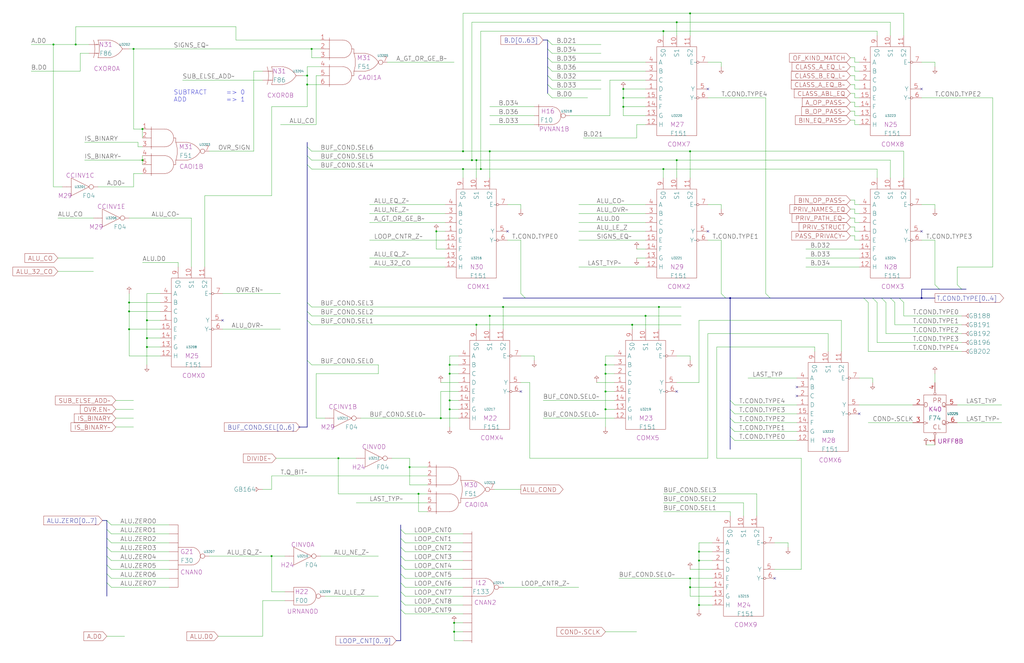
<source format=kicad_sch>
(kicad_sch (version 20211123) (generator eeschema)
  (paper "User" 584.2 378.46)
  (title_block (title "CONDITION LOGIC") (date "15-MAR-90") (rev "1.0") (comment 1 "TYPE") (comment 2 "232-003062") (comment 3 "S400") (comment 4 "RELEASED"))
  (bus (pts (xy 170.18 243.84) (xy 175.26 243.84)))
  (bus (pts (xy 175.26 172.72) (xy 175.26 177.8)))
  (bus (pts (xy 175.26 177.8) (xy 175.26 182.88)))
  (bus (pts (xy 175.26 182.88) (xy 175.26 205.74)))
  (bus (pts (xy 175.26 205.74) (xy 175.26 243.84)))
  (bus (pts (xy 175.26 81.28) (xy 175.26 83.82)))
  (bus (pts (xy 175.26 83.82) (xy 175.26 88.9)))
  (bus (pts (xy 175.26 88.9) (xy 175.26 93.98)))
  (bus (pts (xy 175.26 93.98) (xy 175.26 172.72)))
  (bus (pts (xy 226.06 365.76) (xy 228.6 365.76)))
  (bus (pts (xy 228.6 299.72) (xy 228.6 302.26)))
  (bus (pts (xy 228.6 302.26) (xy 228.6 307.34)))
  (bus (pts (xy 228.6 307.34) (xy 228.6 312.42)))
  (bus (pts (xy 228.6 312.42) (xy 228.6 317.5)))
  (bus (pts (xy 228.6 317.5) (xy 228.6 322.58)))
  (bus (pts (xy 228.6 322.58) (xy 228.6 327.66)))
  (bus (pts (xy 228.6 327.66) (xy 228.6 332.74)))
  (bus (pts (xy 228.6 332.74) (xy 228.6 337.82)))
  (bus (pts (xy 228.6 337.82) (xy 228.6 342.9)))
  (bus (pts (xy 228.6 342.9) (xy 228.6 347.98)))
  (bus (pts (xy 228.6 347.98) (xy 228.6 365.76)))
  (bus (pts (xy 287.02 170.18) (xy 299.72 170.18)))
  (bus (pts (xy 299.72 170.18) (xy 414.02 170.18)))
  (bus (pts (xy 309.88 22.86) (xy 312.42 22.86)))
  (bus (pts (xy 312.42 22.86) (xy 312.42 27.94)))
  (bus (pts (xy 312.42 27.94) (xy 312.42 33.02)))
  (bus (pts (xy 312.42 33.02) (xy 312.42 38.1)))
  (bus (pts (xy 312.42 38.1) (xy 312.42 43.18)))
  (bus (pts (xy 312.42 43.18) (xy 312.42 48.26)))
  (bus (pts (xy 312.42 48.26) (xy 312.42 53.34)))
  (bus (pts (xy 414.02 170.18) (xy 416.56 170.18)))
  (bus (pts (xy 416.56 170.18) (xy 416.56 228.6)))
  (bus (pts (xy 416.56 170.18) (xy 439.42 170.18)))
  (bus (pts (xy 416.56 228.6) (xy 416.56 233.68)))
  (bus (pts (xy 416.56 233.68) (xy 416.56 238.76)))
  (bus (pts (xy 416.56 238.76) (xy 416.56 243.84)))
  (bus (pts (xy 416.56 243.84) (xy 416.56 248.92)))
  (bus (pts (xy 416.56 248.92) (xy 416.56 256.54)))
  (bus (pts (xy 439.42 170.18) (xy 492.76 170.18)))
  (bus (pts (xy 492.76 170.18) (xy 497.84 170.18)))
  (bus (pts (xy 497.84 170.18) (xy 502.92 170.18)))
  (bus (pts (xy 502.92 170.18) (xy 508 170.18)))
  (bus (pts (xy 508 170.18) (xy 513.08 170.18)))
  (bus (pts (xy 513.08 170.18) (xy 525.78 170.18)))
  (bus (pts (xy 525.78 165.1) (xy 535.94 165.1)))
  (bus (pts (xy 525.78 170.18) (xy 525.78 165.1)))
  (bus (pts (xy 525.78 170.18) (xy 533.4 170.18)))
  (bus (pts (xy 535.94 165.1) (xy 548.64 165.1)))
  (bus (pts (xy 548.64 165.1) (xy 551.18 165.1)))
  (bus (pts (xy 58.42 297.18) (xy 60.96 297.18)))
  (bus (pts (xy 60.96 297.18) (xy 60.96 302.26)))
  (bus (pts (xy 60.96 302.26) (xy 60.96 307.34)))
  (bus (pts (xy 60.96 307.34) (xy 60.96 312.42)))
  (bus (pts (xy 60.96 312.42) (xy 60.96 317.5)))
  (bus (pts (xy 60.96 317.5) (xy 60.96 322.58)))
  (bus (pts (xy 60.96 322.58) (xy 60.96 327.66)))
  (bus (pts (xy 60.96 327.66) (xy 60.96 332.74)))
  (bus (pts (xy 60.96 332.74) (xy 60.96 340.36)))
  (wire (pts (xy 101.6 152.4) (xy 101.6 149.86)))
  (wire (pts (xy 104.14 45.72) (xy 149.86 45.72)))
  (wire (pts (xy 109.22 124.46) (xy 109.22 152.4)))
  (wire (pts (xy 116.84 111.76) (xy 116.84 152.4)))
  (wire (pts (xy 116.84 111.76) (xy 154.94 111.76)))
  (wire (pts (xy 119.38 317.5) (xy 154.94 317.5)))
  (wire (pts (xy 119.38 86.36) (xy 144.78 86.36)))
  (wire (pts (xy 124.46 363.22) (xy 149.86 363.22)))
  (wire (pts (xy 127 167.64) (xy 160.02 167.64)))
  (wire (pts (xy 127 187.96) (xy 160.02 187.96)))
  (wire (pts (xy 134.62 15.24) (xy 43.18 15.24)))
  (wire (pts (xy 134.62 22.86) (xy 134.62 15.24)))
  (wire (pts (xy 144.78 40.64) (xy 149.86 40.64)))
  (wire (pts (xy 144.78 86.36) (xy 144.78 40.64)))
  (wire (pts (xy 149.86 342.9) (xy 162.56 342.9)))
  (wire (pts (xy 149.86 363.22) (xy 149.86 342.9)))
  (wire (pts (xy 154.94 271.78) (xy 154.94 279.4)))
  (wire (pts (xy 154.94 279.4) (xy 149.86 279.4)))
  (wire (pts (xy 154.94 317.5) (xy 162.56 317.5)))
  (wire (pts (xy 154.94 337.82) (xy 154.94 317.5)))
  (wire (pts (xy 154.94 60.96) (xy 154.94 111.76)))
  (wire (pts (xy 157.48 261.62) (xy 193.04 261.62)))
  (wire (pts (xy 160.02 71.12) (xy 180.34 71.12)))
  (wire (pts (xy 162.56 337.82) (xy 154.94 337.82)))
  (wire (pts (xy 17.78 25.4) (xy 30.48 25.4)))
  (wire (pts (xy 172.72 43.18) (xy 175.26 43.18)))
  (wire (pts (xy 175.26 38.1) (xy 175.26 43.18)))
  (wire (pts (xy 175.26 43.18) (xy 175.26 48.26)))
  (wire (pts (xy 175.26 48.26) (xy 175.26 60.96)))
  (wire (pts (xy 175.26 48.26) (xy 182.88 48.26)))
  (wire (pts (xy 175.26 60.96) (xy 154.94 60.96)))
  (wire (pts (xy 177.8 175.26) (xy 287.02 175.26)))
  (wire (pts (xy 177.8 180.34) (xy 279.4 180.34)))
  (wire (pts (xy 177.8 185.42) (xy 271.78 185.42)))
  (wire (pts (xy 177.8 208.28) (xy 215.9 208.28)))
  (wire (pts (xy 177.8 27.94) (xy 182.88 27.94)))
  (wire (pts (xy 177.8 33.02) (xy 177.8 27.94)))
  (wire (pts (xy 177.8 86.36) (xy 264.16 86.36)))
  (wire (pts (xy 177.8 91.44) (xy 269.24 91.44)))
  (wire (pts (xy 177.8 96.52) (xy 264.16 96.52)))
  (wire (pts (xy 180.34 213.36) (xy 180.34 238.76)))
  (wire (pts (xy 180.34 238.76) (xy 185.42 238.76)))
  (wire (pts (xy 180.34 43.18) (xy 180.34 71.12)))
  (wire (pts (xy 182.88 22.86) (xy 134.62 22.86)))
  (wire (pts (xy 182.88 317.5) (xy 215.9 317.5)))
  (wire (pts (xy 182.88 33.02) (xy 177.8 33.02)))
  (wire (pts (xy 182.88 38.1) (xy 175.26 38.1)))
  (wire (pts (xy 182.88 43.18) (xy 180.34 43.18)))
  (wire (pts (xy 185.42 340.36) (xy 215.9 340.36)))
  (wire (pts (xy 193.04 261.62) (xy 203.2 261.62)))
  (wire (pts (xy 193.04 281.94) (xy 193.04 261.62)))
  (wire (pts (xy 203.2 287.02) (xy 243.84 287.02)))
  (wire (pts (xy 205.74 238.76) (xy 251.46 238.76)))
  (wire (pts (xy 210.82 116.84) (xy 254 116.84)))
  (wire (pts (xy 210.82 121.92) (xy 254 121.92)))
  (wire (pts (xy 210.82 127) (xy 254 127)))
  (wire (pts (xy 210.82 137.16) (xy 254 137.16)))
  (wire (pts (xy 210.82 147.32) (xy 254 147.32)))
  (wire (pts (xy 210.82 152.4) (xy 254 152.4)))
  (wire (pts (xy 215.9 208.28) (xy 215.9 213.36)))
  (wire (pts (xy 215.9 213.36) (xy 180.34 213.36)))
  (wire (pts (xy 220.98 35.56) (xy 259.08 35.56)))
  (wire (pts (xy 231.14 304.8) (xy 264.16 304.8)))
  (wire (pts (xy 231.14 309.88) (xy 264.16 309.88)))
  (wire (pts (xy 231.14 314.96) (xy 264.16 314.96)))
  (wire (pts (xy 231.14 320.04) (xy 264.16 320.04)))
  (wire (pts (xy 231.14 325.12) (xy 264.16 325.12)))
  (wire (pts (xy 231.14 330.2) (xy 264.16 330.2)))
  (wire (pts (xy 231.14 335.28) (xy 264.16 335.28)))
  (wire (pts (xy 231.14 340.36) (xy 264.16 340.36)))
  (wire (pts (xy 231.14 345.44) (xy 264.16 345.44)))
  (wire (pts (xy 231.14 350.52) (xy 264.16 350.52)))
  (wire (pts (xy 233.68 261.62) (xy 223.52 261.62)))
  (wire (pts (xy 233.68 266.7) (xy 233.68 261.62)))
  (wire (pts (xy 233.68 266.7) (xy 243.84 266.7)))
  (wire (pts (xy 233.68 276.86) (xy 233.68 266.7)))
  (wire (pts (xy 238.76 281.94) (xy 193.04 281.94)))
  (wire (pts (xy 238.76 292.1) (xy 238.76 281.94)))
  (wire (pts (xy 243.84 271.78) (xy 154.94 271.78)))
  (wire (pts (xy 243.84 276.86) (xy 233.68 276.86)))
  (wire (pts (xy 243.84 281.94) (xy 238.76 281.94)))
  (wire (pts (xy 243.84 292.1) (xy 238.76 292.1)))
  (wire (pts (xy 248.92 132.08) (xy 254 132.08)))
  (wire (pts (xy 248.92 142.24) (xy 248.92 132.08)))
  (wire (pts (xy 251.46 218.44) (xy 261.62 218.44)))
  (wire (pts (xy 251.46 223.52) (xy 251.46 238.76)))
  (wire (pts (xy 251.46 238.76) (xy 261.62 238.76)))
  (wire (pts (xy 254 142.24) (xy 248.92 142.24)))
  (wire (pts (xy 256.54 203.2) (xy 256.54 208.28)))
  (wire (pts (xy 256.54 208.28) (xy 256.54 213.36)))
  (wire (pts (xy 256.54 208.28) (xy 261.62 208.28)))
  (wire (pts (xy 256.54 213.36) (xy 256.54 228.6)))
  (wire (pts (xy 256.54 213.36) (xy 261.62 213.36)))
  (wire (pts (xy 256.54 228.6) (xy 256.54 233.68)))
  (wire (pts (xy 256.54 228.6) (xy 261.62 228.6)))
  (wire (pts (xy 256.54 233.68) (xy 256.54 243.84)))
  (wire (pts (xy 256.54 233.68) (xy 261.62 233.68)))
  (wire (pts (xy 259.08 355.6) (xy 264.16 355.6)))
  (wire (pts (xy 259.08 360.68) (xy 259.08 355.6)))
  (wire (pts (xy 259.08 360.68) (xy 264.16 360.68)))
  (wire (pts (xy 259.08 365.76) (xy 259.08 360.68)))
  (wire (pts (xy 261.62 203.2) (xy 256.54 203.2)))
  (wire (pts (xy 261.62 223.52) (xy 251.46 223.52)))
  (wire (pts (xy 264.16 365.76) (xy 259.08 365.76)))
  (wire (pts (xy 264.16 7.62) (xy 393.7 7.62)))
  (wire (pts (xy 264.16 86.36) (xy 264.16 7.62)))
  (wire (pts (xy 264.16 86.36) (xy 279.4 86.36)))
  (wire (pts (xy 264.16 96.52) (xy 264.16 101.6)))
  (wire (pts (xy 264.16 96.52) (xy 274.32 96.52)))
  (wire (pts (xy 269.24 12.7) (xy 386.08 12.7)))
  (wire (pts (xy 269.24 91.44) (xy 269.24 12.7)))
  (wire (pts (xy 269.24 91.44) (xy 271.78 91.44)))
  (wire (pts (xy 271.78 185.42) (xy 271.78 187.96)))
  (wire (pts (xy 271.78 185.42) (xy 360.68 185.42)))
  (wire (pts (xy 271.78 91.44) (xy 271.78 101.6)))
  (wire (pts (xy 271.78 91.44) (xy 386.08 91.44)))
  (wire (pts (xy 274.32 17.78) (xy 378.46 17.78)))
  (wire (pts (xy 274.32 96.52) (xy 274.32 17.78)))
  (wire (pts (xy 274.32 96.52) (xy 378.46 96.52)))
  (wire (pts (xy 279.4 180.34) (xy 279.4 187.96)))
  (wire (pts (xy 279.4 180.34) (xy 368.3 180.34)))
  (wire (pts (xy 279.4 60.96) (xy 304.8 60.96)))
  (wire (pts (xy 279.4 66.04) (xy 304.8 66.04)))
  (wire (pts (xy 279.4 71.12) (xy 304.8 71.12)))
  (wire (pts (xy 279.4 86.36) (xy 279.4 101.6)))
  (wire (pts (xy 279.4 86.36) (xy 393.7 86.36)))
  (wire (pts (xy 281.94 279.4) (xy 297.18 279.4)))
  (wire (pts (xy 287.02 175.26) (xy 287.02 187.96)))
  (wire (pts (xy 287.02 175.26) (xy 375.92 175.26)))
  (wire (pts (xy 287.02 335.28) (xy 330.2 335.28)))
  (wire (pts (xy 289.56 116.84) (xy 297.18 116.84)))
  (wire (pts (xy 289.56 137.16) (xy 297.18 137.16)))
  (wire (pts (xy 297.18 116.84) (xy 297.18 119.38)))
  (wire (pts (xy 297.18 137.16) (xy 297.18 167.64)))
  (wire (pts (xy 297.18 203.2) (xy 304.8 203.2)))
  (wire (pts (xy 30.48 106.68) (xy 30.48 25.4)))
  (wire (pts (xy 30.48 25.4) (xy 43.18 25.4)))
  (wire (pts (xy 302.26 218.44) (xy 297.18 218.44)))
  (wire (pts (xy 302.26 261.62) (xy 302.26 218.44)))
  (wire (pts (xy 304.8 203.2) (xy 304.8 205.74)))
  (wire (pts (xy 309.88 228.6) (xy 350.52 228.6)))
  (wire (pts (xy 309.88 238.76) (xy 350.52 238.76)))
  (wire (pts (xy 314.96 25.4) (xy 342.9 25.4)))
  (wire (pts (xy 314.96 30.48) (xy 342.9 30.48)))
  (wire (pts (xy 314.96 35.56) (xy 368.3 35.56)))
  (wire (pts (xy 314.96 40.64) (xy 368.3 40.64)))
  (wire (pts (xy 314.96 45.72) (xy 342.9 45.72)))
  (wire (pts (xy 314.96 50.8) (xy 342.9 50.8)))
  (wire (pts (xy 314.96 55.88) (xy 335.28 55.88)))
  (wire (pts (xy 325.12 66.04) (xy 347.98 66.04)))
  (wire (pts (xy 33.02 124.46) (xy 53.34 124.46)))
  (wire (pts (xy 33.02 147.32) (xy 53.34 147.32)))
  (wire (pts (xy 33.02 154.94) (xy 53.34 154.94)))
  (wire (pts (xy 330.2 116.84) (xy 368.3 116.84)))
  (wire (pts (xy 330.2 121.92) (xy 368.3 121.92)))
  (wire (pts (xy 330.2 127) (xy 368.3 127)))
  (wire (pts (xy 330.2 132.08) (xy 368.3 132.08)))
  (wire (pts (xy 330.2 137.16) (xy 368.3 137.16)))
  (wire (pts (xy 330.2 152.4) (xy 368.3 152.4)))
  (wire (pts (xy 332.74 78.74) (xy 363.22 78.74)))
  (wire (pts (xy 340.36 218.44) (xy 350.52 218.44)))
  (wire (pts (xy 345.44 203.2) (xy 345.44 208.28)))
  (wire (pts (xy 345.44 208.28) (xy 345.44 213.36)))
  (wire (pts (xy 345.44 208.28) (xy 350.52 208.28)))
  (wire (pts (xy 345.44 213.36) (xy 345.44 223.52)))
  (wire (pts (xy 345.44 213.36) (xy 350.52 213.36)))
  (wire (pts (xy 345.44 223.52) (xy 345.44 233.68)))
  (wire (pts (xy 345.44 223.52) (xy 350.52 223.52)))
  (wire (pts (xy 345.44 233.68) (xy 345.44 243.84)))
  (wire (pts (xy 345.44 233.68) (xy 350.52 233.68)))
  (wire (pts (xy 345.44 360.68) (xy 363.22 360.68)))
  (wire (pts (xy 347.98 45.72) (xy 368.3 45.72)))
  (wire (pts (xy 347.98 66.04) (xy 347.98 45.72)))
  (wire (pts (xy 35.56 106.68) (xy 30.48 106.68)))
  (wire (pts (xy 350.52 203.2) (xy 345.44 203.2)))
  (wire (pts (xy 353.06 330.2) (xy 393.7 330.2)))
  (wire (pts (xy 355.6 50.8) (xy 368.3 50.8)))
  (wire (pts (xy 355.6 55.88) (xy 355.6 50.8)))
  (wire (pts (xy 355.6 55.88) (xy 368.3 55.88)))
  (wire (pts (xy 355.6 60.96) (xy 355.6 55.88)))
  (wire (pts (xy 355.6 60.96) (xy 368.3 60.96)))
  (wire (pts (xy 355.6 66.04) (xy 355.6 60.96)))
  (wire (pts (xy 360.68 185.42) (xy 360.68 187.96)))
  (wire (pts (xy 360.68 185.42) (xy 388.62 185.42)))
  (wire (pts (xy 363.22 142.24) (xy 368.3 142.24)))
  (wire (pts (xy 363.22 147.32) (xy 368.3 147.32)))
  (wire (pts (xy 363.22 71.12) (xy 363.22 78.74)))
  (wire (pts (xy 368.3 180.34) (xy 368.3 187.96)))
  (wire (pts (xy 368.3 180.34) (xy 388.62 180.34)))
  (wire (pts (xy 368.3 66.04) (xy 355.6 66.04)))
  (wire (pts (xy 368.3 71.12) (xy 363.22 71.12)))
  (wire (pts (xy 375.92 175.26) (xy 375.92 187.96)))
  (wire (pts (xy 375.92 175.26) (xy 388.62 175.26)))
  (wire (pts (xy 378.46 17.78) (xy 378.46 20.32)))
  (wire (pts (xy 378.46 17.78) (xy 500.38 17.78)))
  (wire (pts (xy 378.46 292.1) (xy 416.56 292.1)))
  (wire (pts (xy 378.46 96.52) (xy 378.46 101.6)))
  (wire (pts (xy 378.46 96.52) (xy 500.38 96.52)))
  (wire (pts (xy 386.08 12.7) (xy 386.08 20.32)))
  (wire (pts (xy 386.08 12.7) (xy 508 12.7)))
  (wire (pts (xy 386.08 203.2) (xy 393.7 203.2)))
  (wire (pts (xy 386.08 218.44) (xy 398.78 218.44)))
  (wire (pts (xy 386.08 91.44) (xy 386.08 101.6)))
  (wire (pts (xy 386.08 91.44) (xy 508 91.44)))
  (wire (pts (xy 393.7 203.2) (xy 393.7 205.74)))
  (wire (pts (xy 393.7 325.12) (xy 406.4 325.12)))
  (wire (pts (xy 393.7 330.2) (xy 406.4 330.2)))
  (wire (pts (xy 393.7 335.28) (xy 393.7 330.2)))
  (wire (pts (xy 393.7 340.36) (xy 393.7 335.28)))
  (wire (pts (xy 393.7 7.62) (xy 393.7 20.32)))
  (wire (pts (xy 393.7 7.62) (xy 515.62 7.62)))
  (wire (pts (xy 393.7 86.36) (xy 393.7 101.6)))
  (wire (pts (xy 393.7 86.36) (xy 515.62 86.36)))
  (wire (pts (xy 398.78 182.88) (xy 480.06 182.88)))
  (wire (pts (xy 398.78 218.44) (xy 398.78 182.88)))
  (wire (pts (xy 398.78 309.88) (xy 398.78 314.96)))
  (wire (pts (xy 398.78 314.96) (xy 398.78 320.04)))
  (wire (pts (xy 398.78 314.96) (xy 406.4 314.96)))
  (wire (pts (xy 398.78 320.04) (xy 398.78 345.44)))
  (wire (pts (xy 398.78 320.04) (xy 406.4 320.04)))
  (wire (pts (xy 398.78 345.44) (xy 398.78 347.98)))
  (wire (pts (xy 398.78 345.44) (xy 406.4 345.44)))
  (wire (pts (xy 403.86 116.84) (xy 411.48 116.84)))
  (wire (pts (xy 403.86 137.16) (xy 411.48 137.16)))
  (wire (pts (xy 403.86 190.5) (xy 403.86 261.62)))
  (wire (pts (xy 403.86 261.62) (xy 302.26 261.62)))
  (wire (pts (xy 403.86 35.56) (xy 411.48 35.56)))
  (wire (pts (xy 403.86 55.88) (xy 436.88 55.88)))
  (wire (pts (xy 406.4 309.88) (xy 398.78 309.88)))
  (wire (pts (xy 406.4 335.28) (xy 393.7 335.28)))
  (wire (pts (xy 406.4 340.36) (xy 393.7 340.36)))
  (wire (pts (xy 408.94 198.12) (xy 408.94 261.62)))
  (wire (pts (xy 411.48 116.84) (xy 411.48 119.38)))
  (wire (pts (xy 411.48 137.16) (xy 411.48 167.64)))
  (wire (pts (xy 411.48 35.56) (xy 411.48 38.1)))
  (wire (pts (xy 416.56 294.64) (xy 416.56 292.1)))
  (wire (pts (xy 419.1 231.14) (xy 454.66 231.14)))
  (wire (pts (xy 419.1 236.22) (xy 454.66 236.22)))
  (wire (pts (xy 419.1 241.3) (xy 454.66 241.3)))
  (wire (pts (xy 419.1 246.38) (xy 454.66 246.38)))
  (wire (pts (xy 419.1 251.46) (xy 454.66 251.46)))
  (wire (pts (xy 424.18 287.02) (xy 378.46 287.02)))
  (wire (pts (xy 424.18 294.64) (xy 424.18 287.02)))
  (wire (pts (xy 426.72 215.9) (xy 454.66 215.9)))
  (wire (pts (xy 43.18 15.24) (xy 43.18 25.4)))
  (wire (pts (xy 43.18 25.4) (xy 50.8 25.4)))
  (wire (pts (xy 431.8 281.94) (xy 378.46 281.94)))
  (wire (pts (xy 431.8 294.64) (xy 431.8 281.94)))
  (wire (pts (xy 436.88 55.88) (xy 436.88 167.64)))
  (wire (pts (xy 441.96 309.88) (xy 449.58 309.88)))
  (wire (pts (xy 441.96 325.12) (xy 457.2 325.12)))
  (wire (pts (xy 449.58 309.88) (xy 449.58 312.42)))
  (wire (pts (xy 45.72 30.48) (xy 45.72 40.64)))
  (wire (pts (xy 45.72 40.64) (xy 17.78 40.64)))
  (wire (pts (xy 457.2 261.62) (xy 408.94 261.62)))
  (wire (pts (xy 457.2 325.12) (xy 457.2 261.62)))
  (wire (pts (xy 459.74 142.24) (xy 490.22 142.24)))
  (wire (pts (xy 459.74 147.32) (xy 490.22 147.32)))
  (wire (pts (xy 459.74 152.4) (xy 490.22 152.4)))
  (wire (pts (xy 464.82 198.12) (xy 408.94 198.12)))
  (wire (pts (xy 464.82 200.66) (xy 464.82 198.12)))
  (wire (pts (xy 472.44 190.5) (xy 403.86 190.5)))
  (wire (pts (xy 472.44 200.66) (xy 472.44 190.5)))
  (wire (pts (xy 48.26 81.28) (xy 78.74 81.28)))
  (wire (pts (xy 48.26 91.44) (xy 81.28 91.44)))
  (wire (pts (xy 480.06 182.88) (xy 480.06 200.66)))
  (wire (pts (xy 485.14 114.3) (xy 487.68 114.3)))
  (wire (pts (xy 485.14 119.38) (xy 487.68 119.38)))
  (wire (pts (xy 485.14 124.46) (xy 487.68 124.46)))
  (wire (pts (xy 485.14 129.54) (xy 487.68 129.54)))
  (wire (pts (xy 485.14 134.62) (xy 487.68 134.62)))
  (wire (pts (xy 485.14 33.02) (xy 487.68 33.02)))
  (wire (pts (xy 485.14 38.1) (xy 487.68 38.1)))
  (wire (pts (xy 485.14 43.18) (xy 487.68 43.18)))
  (wire (pts (xy 485.14 48.26) (xy 487.68 48.26)))
  (wire (pts (xy 485.14 53.34) (xy 487.68 53.34)))
  (wire (pts (xy 485.14 58.42) (xy 487.68 58.42)))
  (wire (pts (xy 485.14 63.5) (xy 487.68 63.5)))
  (wire (pts (xy 485.14 68.58) (xy 487.68 68.58)))
  (wire (pts (xy 487.68 114.3) (xy 487.68 116.84)))
  (wire (pts (xy 487.68 116.84) (xy 490.22 116.84)))
  (wire (pts (xy 487.68 119.38) (xy 487.68 121.92)))
  (wire (pts (xy 487.68 121.92) (xy 490.22 121.92)))
  (wire (pts (xy 487.68 124.46) (xy 487.68 127)))
  (wire (pts (xy 487.68 127) (xy 490.22 127)))
  (wire (pts (xy 487.68 129.54) (xy 487.68 132.08)))
  (wire (pts (xy 487.68 132.08) (xy 490.22 132.08)))
  (wire (pts (xy 487.68 134.62) (xy 487.68 137.16)))
  (wire (pts (xy 487.68 137.16) (xy 490.22 137.16)))
  (wire (pts (xy 487.68 33.02) (xy 487.68 35.56)))
  (wire (pts (xy 487.68 35.56) (xy 490.22 35.56)))
  (wire (pts (xy 487.68 38.1) (xy 487.68 40.64)))
  (wire (pts (xy 487.68 40.64) (xy 490.22 40.64)))
  (wire (pts (xy 487.68 43.18) (xy 487.68 45.72)))
  (wire (pts (xy 487.68 45.72) (xy 490.22 45.72)))
  (wire (pts (xy 487.68 48.26) (xy 487.68 50.8)))
  (wire (pts (xy 487.68 50.8) (xy 490.22 50.8)))
  (wire (pts (xy 487.68 53.34) (xy 487.68 55.88)))
  (wire (pts (xy 487.68 55.88) (xy 490.22 55.88)))
  (wire (pts (xy 487.68 58.42) (xy 487.68 60.96)))
  (wire (pts (xy 487.68 60.96) (xy 490.22 60.96)))
  (wire (pts (xy 487.68 63.5) (xy 487.68 66.04)))
  (wire (pts (xy 487.68 66.04) (xy 490.22 66.04)))
  (wire (pts (xy 487.68 68.58) (xy 487.68 71.12)))
  (wire (pts (xy 487.68 71.12) (xy 490.22 71.12)))
  (wire (pts (xy 490.22 215.9) (xy 497.84 215.9)))
  (wire (pts (xy 490.22 231.14) (xy 520.7 231.14)))
  (wire (pts (xy 495.3 200.66) (xy 495.3 172.72)))
  (wire (pts (xy 495.3 241.3) (xy 520.7 241.3)))
  (wire (pts (xy 497.84 215.9) (xy 497.84 218.44)))
  (wire (pts (xy 50.8 30.48) (xy 45.72 30.48)))
  (wire (pts (xy 500.38 17.78) (xy 500.38 20.32)))
  (wire (pts (xy 500.38 195.58) (xy 500.38 172.72)))
  (wire (pts (xy 500.38 96.52) (xy 500.38 101.6)))
  (wire (pts (xy 505.46 190.5) (xy 505.46 172.72)))
  (wire (pts (xy 508 12.7) (xy 508 20.32)))
  (wire (pts (xy 508 91.44) (xy 508 101.6)))
  (wire (pts (xy 510.54 185.42) (xy 510.54 172.72)))
  (wire (pts (xy 515.62 180.34) (xy 515.62 172.72)))
  (wire (pts (xy 515.62 7.62) (xy 515.62 20.32)))
  (wire (pts (xy 515.62 86.36) (xy 515.62 101.6)))
  (wire (pts (xy 525.78 116.84) (xy 533.4 116.84)))
  (wire (pts (xy 525.78 137.16) (xy 533.4 137.16)))
  (wire (pts (xy 525.78 35.56) (xy 533.4 35.56)))
  (wire (pts (xy 525.78 55.88) (xy 566.42 55.88)))
  (wire (pts (xy 528.32 254) (xy 533.4 254)))
  (wire (pts (xy 533.4 116.84) (xy 533.4 119.38)))
  (wire (pts (xy 533.4 137.16) (xy 533.4 162.56)))
  (wire (pts (xy 533.4 213.36) (xy 533.4 218.44)))
  (wire (pts (xy 533.4 35.56) (xy 533.4 38.1)))
  (wire (pts (xy 546.1 152.4) (xy 546.1 162.56)))
  (wire (pts (xy 546.1 231.14) (xy 571.5 231.14)))
  (wire (pts (xy 546.1 241.3) (xy 571.5 241.3)))
  (wire (pts (xy 548.64 180.34) (xy 515.62 180.34)))
  (wire (pts (xy 548.64 185.42) (xy 510.54 185.42)))
  (wire (pts (xy 548.64 190.5) (xy 505.46 190.5)))
  (wire (pts (xy 548.64 195.58) (xy 500.38 195.58)))
  (wire (pts (xy 548.64 200.66) (xy 495.3 200.66)))
  (wire (pts (xy 566.42 152.4) (xy 546.1 152.4)))
  (wire (pts (xy 566.42 55.88) (xy 566.42 152.4)))
  (wire (pts (xy 60.96 363.22) (xy 71.12 363.22)))
  (wire (pts (xy 63.5 299.72) (xy 96.52 299.72)))
  (wire (pts (xy 63.5 304.8) (xy 96.52 304.8)))
  (wire (pts (xy 63.5 309.88) (xy 96.52 309.88)))
  (wire (pts (xy 63.5 314.96) (xy 96.52 314.96)))
  (wire (pts (xy 63.5 320.04) (xy 96.52 320.04)))
  (wire (pts (xy 63.5 325.12) (xy 96.52 325.12)))
  (wire (pts (xy 63.5 330.2) (xy 96.52 330.2)))
  (wire (pts (xy 63.5 335.28) (xy 96.52 335.28)))
  (wire (pts (xy 66.04 228.6) (xy 76.2 228.6)))
  (wire (pts (xy 66.04 233.68) (xy 76.2 233.68)))
  (wire (pts (xy 66.04 238.76) (xy 76.2 238.76)))
  (wire (pts (xy 66.04 243.84) (xy 76.2 243.84)))
  (wire (pts (xy 73.66 124.46) (xy 109.22 124.46)))
  (wire (pts (xy 73.66 172.72) (xy 73.66 167.64)))
  (wire (pts (xy 73.66 172.72) (xy 91.44 172.72)))
  (wire (pts (xy 73.66 177.8) (xy 73.66 172.72)))
  (wire (pts (xy 73.66 177.8) (xy 91.44 177.8)))
  (wire (pts (xy 73.66 187.96) (xy 73.66 177.8)))
  (wire (pts (xy 73.66 187.96) (xy 91.44 187.96)))
  (wire (pts (xy 73.66 203.2) (xy 73.66 187.96)))
  (wire (pts (xy 73.66 27.94) (xy 76.2 27.94)))
  (wire (pts (xy 76.2 106.68) (xy 55.88 106.68)))
  (wire (pts (xy 76.2 27.94) (xy 177.8 27.94)))
  (wire (pts (xy 76.2 73.66) (xy 76.2 27.94)))
  (wire (pts (xy 76.2 99.06) (xy 76.2 106.68)))
  (wire (pts (xy 78.74 83.82) (xy 78.74 81.28)))
  (wire (pts (xy 81.28 149.86) (xy 101.6 149.86)))
  (wire (pts (xy 81.28 73.66) (xy 76.2 73.66)))
  (wire (pts (xy 81.28 73.66) (xy 81.28 78.74)))
  (wire (pts (xy 81.28 83.82) (xy 78.74 83.82)))
  (wire (pts (xy 81.28 88.9) (xy 81.28 91.44)))
  (wire (pts (xy 81.28 91.44) (xy 81.28 93.98)))
  (wire (pts (xy 81.28 99.06) (xy 76.2 99.06)))
  (wire (pts (xy 83.82 167.64) (xy 83.82 182.88)))
  (wire (pts (xy 83.82 182.88) (xy 83.82 193.04)))
  (wire (pts (xy 83.82 182.88) (xy 91.44 182.88)))
  (wire (pts (xy 83.82 193.04) (xy 83.82 198.12)))
  (wire (pts (xy 83.82 193.04) (xy 91.44 193.04)))
  (wire (pts (xy 83.82 198.12) (xy 83.82 208.28)))
  (wire (pts (xy 83.82 198.12) (xy 91.44 198.12)))
  (wire (pts (xy 91.44 167.64) (xy 83.82 167.64)))
  (wire (pts (xy 91.44 203.2) (xy 73.66 203.2)))
  (label "A.D0" (at 17.78 25.4 0) (effects (font (size 2.54 2.54))))
  (label "B.D0" (at 17.78 40.64 0) (effects (font (size 2.54 2.54))))
  (junction (at 30.48 25.4))
  (label "ALU_CO" (at 33.02 124.46 0) (effects (font (size 2.54 2.54))))
  (global_label "ALU_CO" (shape input) (at 33.02 147.32 180) (effects (font (size 2.54 2.54))) (property "Intersheet References" "${INTERSHEET_REFS}" (at 14.1635 147.1613 0) (effects (font (size 2.54 2.54)) (justify right))))
  (global_label "ALU_32_CO" (shape input) (at 33.02 154.94 180) (effects (font (size 2.54 2.54))) (property "Intersheet References" "${INTERSHEET_REFS}" (at 7.3902 154.7813 0) (effects (font (size 2.54 2.54)) (justify right))))
  (junction (at 43.18 25.4))
  (symbol (lib_id "r1000:F04") (at 45.72 106.68 0) (unit 1)
    (property "Reference" "U3201" (at 45.72 106.68 0))
    (property "Value" "F04" (at 46.99 111.76 0) (effects (font (size 2.54 2.54)) (justify left)))
    (property "Location" "M29" (at 33.02 111.76 0) (effects (font (size 2.54 2.54)) (justify left)))
    (property "Name" "CCINV1C" (at 45.72 101.6 0) (effects (font (size 2.54 2.54)) (justify bottom)))
  )
  (label "IS_BINARY" (at 48.26 81.28 0) (effects (font (size 2.54 2.54))))
  (label "IS_BINARY~" (at 48.26 91.44 0) (effects (font (size 2.54 2.54))))
  (symbol (lib_id "r1000:F86") (at 58.42 27.94 0) (unit 1)
    (property "Reference" "U3202" (at 71.12 25.4 0))
    (property "Value" "F86" (at 60.325 30.48 0) (effects (font (size 2.54 2.54))))
    (property "Location" "N31" (at 60.325 25.4 0) (effects (font (size 2.54 2.54))))
    (property "Name" "CXOR0A" (at 60.96 40.64 0) (effects (font (size 2.54 2.54)) (justify bottom)))
  )
  (global_label "ALU.ZERO[0..7]" (shape input) (at 58.42 297.18 180) (effects (font (size 2.54 2.54))) (property "Intersheet References" "${INTERSHEET_REFS}" (at 24.2026 297.0213 0) (effects (font (size 2.54 2.54)) (justify right))))
  (label "A.D0~" (at 60.96 106.68 0) (effects (font (size 2.54 2.54))))
  (bus_entry (at 60.96 297.18) (size 2.54 2.54))
  (bus_entry (at 60.96 302.26) (size 2.54 2.54))
  (bus_entry (at 60.96 307.34) (size 2.54 2.54))
  (bus_entry (at 60.96 312.42) (size 2.54 2.54))
  (bus_entry (at 60.96 317.5) (size 2.54 2.54))
  (bus_entry (at 60.96 322.58) (size 2.54 2.54))
  (bus_entry (at 60.96 327.66) (size 2.54 2.54))
  (bus_entry (at 60.96 332.74) (size 2.54 2.54))
  (global_label "A.D0" (shape input) (at 60.96 363.22 180) (effects (font (size 2.54 2.54))) (property "Intersheet References" "${INTERSHEET_REFS}" (at 47.7883 363.0613 0) (effects (font (size 2.54 2.54)) (justify right))))
  (symbol (lib_id "r1000:F04") (at 63.5 124.46 0) (unit 1)
    (property "Reference" "U3206" (at 63.5 124.46 0))
    (property "Value" "F04" (at 64.77 129.54 0) (effects (font (size 2.54 2.54)) (justify left)))
    (property "Location" "M29" (at 50.8 129.54 0) (effects (font (size 2.54 2.54)) (justify left)))
    (property "Name" "CCINV1E" (at 63.5 119.38 0) (effects (font (size 2.54 2.54)) (justify bottom)))
  )
  (global_label "SUB_ELSE_ADD~" (shape input) (at 66.04 228.6 180) (effects (font (size 2.54 2.54))) (property "Intersheet References" "${INTERSHEET_REFS}" (at 31.5807 228.4413 0) (effects (font (size 2.54 2.54)) (justify right))))
  (global_label "OVR.EN~" (shape input) (at 66.04 233.68 180) (effects (font (size 2.54 2.54))) (property "Intersheet References" "${INTERSHEET_REFS}" (at 45.853 233.5213 0) (effects (font (size 2.54 2.54)) (justify right))))
  (global_label "IS_BINARY" (shape input) (at 66.04 238.76 180) (effects (font (size 2.54 2.54))) (property "Intersheet References" "${INTERSHEET_REFS}" (at 42.3454 238.6013 0) (effects (font (size 2.54 2.54)) (justify right))))
  (global_label "IS_BINARY~" (shape input) (at 66.04 243.84 180) (effects (font (size 2.54 2.54))) (property "Intersheet References" "${INTERSHEET_REFS}" (at 40.5311 243.6813 0) (effects (font (size 2.54 2.54)) (justify right))))
  (label "ALU.ZERO0" (at 68.58 299.72 0) (effects (font (size 2.54 2.54))))
  (label "ALU.ZERO1" (at 68.58 304.8 0) (effects (font (size 2.54 2.54))))
  (label "ALU.ZERO2" (at 68.58 309.88 0) (effects (font (size 2.54 2.54))))
  (label "ALU.ZERO3" (at 68.58 314.96 0) (effects (font (size 2.54 2.54))))
  (label "ALU.ZERO4" (at 68.58 320.04 0) (effects (font (size 2.54 2.54))))
  (label "ALU.ZERO5" (at 68.58 325.12 0) (effects (font (size 2.54 2.54))))
  (label "ALU.ZERO6" (at 68.58 330.2 0) (effects (font (size 2.54 2.54))))
  (label "ALU.ZERO7" (at 68.58 335.28 0) (effects (font (size 2.54 2.54))))
  (symbol (lib_id "r1000:PU") (at 73.66 167.64 0) (unit 1)
    (property "Reference" "#PWR03201" (effects hide))
    (property "Value" "PU" (effects hide))
  )
  (junction (at 73.66 172.72))
  (junction (at 73.66 177.8))
  (junction (at 73.66 187.96))
  (junction (at 76.2 27.94))
  (junction (at 81.28 73.66))
  (junction (at 81.28 91.44))
  (label "ALU.D0" (at 81.28 149.86 0) (effects (font (size 2.54 2.54))))
  (junction (at 83.82 182.88))
  (junction (at 83.82 193.04))
  (junction (at 83.82 198.12))
  (symbol (lib_id "r1000:PD") (at 83.82 208.28 0) (unit 1) (in_bom no)
    (property "Reference" "#PWR03202" (effects hide))
    (property "Value" "PD" (effects hide))
  )
  (label "ALU_CO~" (at 86.36 124.46 0) (effects (font (size 2.54 2.54))))
  (label "SIGNS_EQ~" (at 99.06 27.94 0) (effects (font (size 2.54 2.54))))
  (text "SUBTRACT	=> 0\nADD			=> 1" (at 99.06 58.42 0) (effects (font (size 2.54 2.54)) (justify left bottom)))
  (label "SUB_ELSE_ADD~" (at 104.14 45.72 0) (effects (font (size 2.54 2.54))))
  (symbol (lib_id "r1000:F51") (at 104.14 83.82 0) (unit 1)
    (property "Reference" "U3203" (at 116.84 82.55 0))
    (property "Value" "F51" (at 106.045 88.9 0) (effects (font (size 2.54 2.54))))
    (property "Location" "M31" (at 106.045 83.82 0) (effects (font (size 2.54 2.54))))
    (property "Name" "CAOI1B" (at 109.22 96.52 0) (effects (font (size 2.54 2.54)) (justify bottom)))
  )
  (symbol (lib_id "r1000:F30") (at 104.14 317.5 0) (unit 1)
    (property "Reference" "U3207" (at 119.38 314.96 0))
    (property "Value" "F30" (at 106.68 320.04 0) (effects (font (size 2.54 2.54))))
    (property "Location" "G21" (at 106.68 314.96 0) (effects (font (size 2.54 2.54))))
    (property "Name" "CNAN0" (at 109.22 328.12 0) (effects (font (size 2.54 2.54)) (justify bottom)))
  )
  (symbol (lib_id "r1000:F151") (at 106.68 203.2 0) (unit 1)
    (property "Reference" "U3208" (at 109.22 198.12 0))
    (property "Value" "F151" (at 105.41 208.28 0) (effects (font (size 2.54 2.54)) (justify left)))
    (property "Location" "M25" (at 105.41 203.2 0) (effects (font (size 2.54 2.54)) (justify left)))
    (property "Name" "COMX0" (at 110.49 215.9 0) (effects (font (size 2.54 2.54)) (justify bottom)))
  )
  (label "OVR_SIGN" (at 124.46 86.36 0) (effects (font (size 2.54 2.54))))
  (global_label "ALU.D0" (shape input) (at 124.46 363.22 180) (effects (font (size 2.54 2.54))) (property "Intersheet References" "${INTERSHEET_REFS}" (at 106.5711 363.0613 0) (effects (font (size 2.54 2.54)) (justify right))))
  (no_connect (at 127 182.88))
  (label "ALU_EQ_Z~" (at 129.54 317.5 0) (effects (font (size 2.54 2.54))))
  (label "ALU_OVR~" (at 132.08 187.96 0) (effects (font (size 2.54 2.54))))
  (label "OVR.EN~" (at 134.62 167.64 0) (effects (font (size 2.54 2.54))))
  (symbol (lib_id "r1000:GB") (at 149.86 279.4 0) (mirror y) (unit 1)
    (property "Reference" "GB164" (at 146.05 279.4 0) (effects (font (size 2.54 2.54)) (justify left)))
    (property "Value" "GB" (effects hide))
  )
  (junction (at 154.94 317.5))
  (symbol (lib_id "r1000:F86") (at 157.48 43.18 0) (unit 1)
    (property "Reference" "U3204" (at 170.18 40.64 0))
    (property "Value" "F86" (at 159.385 45.72 0) (effects (font (size 2.54 2.54))))
    (property "Location" "N31" (at 159.385 40.64 0) (effects (font (size 2.54 2.54))))
    (property "Name" "CXOR0B" (at 160.02 55.88 0) (effects (font (size 2.54 2.54)) (justify bottom)))
  )
  (global_label "DIVIDE~" (shape input) (at 157.48 261.62 180) (effects (font (size 2.54 2.54))) (property "Intersheet References" "${INTERSHEET_REFS}" (at 138.8654 261.4613 0) (effects (font (size 2.54 2.54)) (justify right))))
  (label "T.Q_BIT~" (at 160.02 271.78 0) (effects (font (size 2.54 2.54))))
  (label "ALU_CO" (at 165.1 71.12 0) (effects (font (size 2.54 2.54))))
  (symbol (lib_id "r1000:F00") (at 170.18 337.82 0) (unit 1)
    (property "Reference" "U3209" (at 185.42 337.82 0))
    (property "Value" "F00" (at 172.085 342.9 0) (effects (font (size 2.54 2.54))))
    (property "Location" "H22" (at 172.085 337.82 0) (effects (font (size 2.54 2.54))))
    (property "Name" "URNAN0D" (at 172.72 350.52 0) (effects (font (size 2.54 2.54)) (justify bottom)))
  )
  (global_label "BUF_COND.SEL[0..6]" (shape input) (at 171.1404 243.84 180) (effects (font (size 2.54 2.54))) (property "Intersheet References" "${INTERSHEET_REFS}" (at 127.9725 243.6813 0) (effects (font (size 2.54 2.54)) (justify right))))
  (symbol (lib_id "r1000:F04") (at 172.72 317.5 0) (unit 1)
    (property "Reference" "U3210" (at 172.72 317.5 0))
    (property "Value" "F04" (at 173.99 322.58 0) (effects (font (size 2.54 2.54)) (justify left)))
    (property "Location" "H24" (at 160.02 322.58 0) (effects (font (size 2.54 2.54)) (justify left)))
    (property "Name" "CINV0A" (at 172.72 312.42 0) (effects (font (size 2.54 2.54)) (justify bottom)))
  )
  (junction (at 175.26 43.18))
  (junction (at 175.26 48.26))
  (bus_entry (at 175.26 83.82) (size 2.54 2.54))
  (bus_entry (at 175.26 88.9) (size 2.54 2.54))
  (bus_entry (at 175.26 93.98) (size 2.54 2.54))
  (bus_entry (at 175.26 172.72) (size 2.54 2.54))
  (bus_entry (at 175.26 177.8) (size 2.54 2.54))
  (bus_entry (at 175.26 182.88) (size 2.54 2.54))
  (bus_entry (at 175.26 205.74) (size 2.54 2.54))
  (junction (at 177.8 27.94))
  (label "BUF_COND.SEL6" (at 182.88 86.36 0) (effects (font (size 2.54 2.54))))
  (label "BUF_COND.SEL5" (at 182.88 91.44 0) (effects (font (size 2.54 2.54))))
  (label "BUF_COND.SEL4" (at 182.88 96.52 0) (effects (font (size 2.54 2.54))))
  (label "BUF_COND.SEL3" (at 182.88 175.26 0) (effects (font (size 2.54 2.54))))
  (label "BUF_COND.SEL2" (at 182.88 180.34 0) (effects (font (size 2.54 2.54))))
  (label "BUF_COND.SEL1" (at 182.88 185.42 0) (effects (font (size 2.54 2.54))))
  (label "BUF_COND.SEL0" (at 182.88 208.28 0) (effects (font (size 2.54 2.54))))
  (label "ALU_NE_Z~" (at 190.5 317.5 0) (effects (font (size 2.54 2.54))))
  (label "ALU_LE_Z" (at 190.5 340.36 0) (effects (font (size 2.54 2.54))))
  (junction (at 193.04 261.62))
  (symbol (lib_id "r1000:F04") (at 195.58 238.76 0) (unit 1)
    (property "Reference" "U3211" (at 195.58 238.76 0))
    (property "Value" "F04" (at 196.85 243.84 0) (effects (font (size 2.54 2.54)) (justify left)))
    (property "Location" "M29" (at 182.88 243.84 0) (effects (font (size 2.54 2.54)) (justify left)))
    (property "Name" "CCINV1B" (at 195.58 233.68 0) (effects (font (size 2.54 2.54)) (justify bottom)))
  )
  (symbol (lib_id "r1000:F51") (at 205.74 33.02 0) (unit 1)
    (property "Reference" "U3205" (at 218.44 31.75 0))
    (property "Value" "F51" (at 207.645 38.1 0) (effects (font (size 2.54 2.54))))
    (property "Location" "M31" (at 207.645 33.02 0) (effects (font (size 2.54 2.54))))
    (property "Name" "CAOI1A" (at 210.82 45.72 0) (effects (font (size 2.54 2.54)) (justify bottom)))
  )
  (label "BUF_COND.SEL0~" (at 210.82 238.76 0) (effects (font (size 2.54 2.54))))
  (label "LAST_TYP~" (at 210.82 287.02 0) (effects (font (size 2.54 2.54))))
  (label "ALU_EQ_Z~" (at 213.36 116.84 0) (effects (font (size 2.54 2.54))))
  (label "ALU_NE_Z~" (at 213.36 121.92 0) (effects (font (size 2.54 2.54))))
  (label "A_GT_OR_GE_B~" (at 213.36 127 0) (effects (font (size 2.54 2.54))))
  (label "LOOP_CNTR_Z~" (at 213.36 137.16 0) (effects (font (size 2.54 2.54))))
  (label "ALU_EQ_Z~" (at 213.36 147.32 0) (effects (font (size 2.54 2.54))))
  (label "ALU_32_CO" (at 213.36 152.4 0) (effects (font (size 2.54 2.54))))
  (symbol (lib_id "r1000:F04") (at 213.36 261.62 0) (unit 1)
    (property "Reference" "U3212" (at 213.36 261.62 0))
    (property "Value" "F04" (at 214.63 266.7 0) (effects (font (size 2.54 2.54)) (justify left)))
    (property "Location" "H24" (at 200.66 266.7 0) (effects (font (size 2.54 2.54)) (justify left)))
    (property "Name" "CINV0D" (at 213.36 256.54 0) (effects (font (size 2.54 2.54)) (justify bottom)))
  )
  (label "A_GT_OR_GE_B~" (at 226.06 35.56 0) (effects (font (size 2.54 2.54))))
  (global_label "LOOP_CNT[0..9]" (shape input) (at 226.06 365.76 180) (effects (font (size 2.54 2.54))) (property "Intersheet References" "${INTERSHEET_REFS}" (at 191.6007 365.6013 0) (effects (font (size 2.54 2.54)) (justify right))))
  (bus_entry (at 228.6 302.26) (size 2.54 2.54))
  (bus_entry (at 228.6 307.34) (size 2.54 2.54))
  (bus_entry (at 228.6 312.42) (size 2.54 2.54))
  (bus_entry (at 228.6 317.5) (size 2.54 2.54))
  (bus_entry (at 228.6 322.58) (size 2.54 2.54))
  (bus_entry (at 228.6 327.66) (size 2.54 2.54))
  (bus_entry (at 228.6 332.74) (size 2.54 2.54))
  (bus_entry (at 228.6 337.82) (size 2.54 2.54))
  (bus_entry (at 228.6 342.9) (size 2.54 2.54))
  (bus_entry (at 228.6 347.98) (size 2.54 2.54))
  (junction (at 233.68 266.7))
  (label "LOOP_CNT0" (at 236.22 304.8 0) (effects (font (size 2.54 2.54))))
  (label "LOOP_CNT1" (at 236.22 309.88 0) (effects (font (size 2.54 2.54))))
  (label "LOOP_CNT2" (at 236.22 314.96 0) (effects (font (size 2.54 2.54))))
  (label "LOOP_CNT3" (at 236.22 320.04 0) (effects (font (size 2.54 2.54))))
  (label "LOOP_CNT4" (at 236.22 325.12 0) (effects (font (size 2.54 2.54))))
  (label "LOOP_CNT5" (at 236.22 330.2 0) (effects (font (size 2.54 2.54))))
  (label "LOOP_CNT6" (at 236.22 335.28 0) (effects (font (size 2.54 2.54))))
  (label "LOOP_CNT7" (at 236.22 340.36 0) (effects (font (size 2.54 2.54))))
  (label "LOOP_CNT8" (at 236.22 345.44 0) (effects (font (size 2.54 2.54))))
  (label "LOOP_CNT9" (at 236.22 350.52 0) (effects (font (size 2.54 2.54))))
  (junction (at 238.76 281.94))
  (junction (at 248.92 132.08))
  (symbol (lib_id "r1000:PU") (at 248.92 132.08 0) (unit 1)
    (property "Reference" "#PWR03215" (effects hide))
    (property "Value" "PU" (effects hide))
  )
  (symbol (lib_id "r1000:PU") (at 251.46 218.44 0) (unit 1)
    (property "Reference" "#PWR03216" (effects hide))
    (property "Value" "PU" (effects hide))
  )
  (junction (at 251.46 238.76))
  (junction (at 256.54 208.28))
  (junction (at 256.54 213.36))
  (junction (at 256.54 228.6))
  (junction (at 256.54 233.68))
  (symbol (lib_id "r1000:PD") (at 256.54 243.84 0) (unit 1) (in_bom no)
    (property "Reference" "#PWR03217" (effects hide))
    (property "Value" "PD" (effects hide))
  )
  (junction (at 259.08 355.6))
  (symbol (lib_id "r1000:PU") (at 259.08 355.6 0) (unit 1)
    (property "Reference" "#PWR03203" (effects hide))
    (property "Value" "PU" (effects hide))
  )
  (junction (at 259.08 360.68))
  (junction (at 264.16 86.36))
  (junction (at 264.16 96.52))
  (symbol (lib_id "r1000:F51") (at 266.7 276.86 0) (unit 1)
    (property "Reference" "U3213" (at 279.4 275.59 0))
    (property "Value" "F51" (at 268.605 281.94 0) (effects (font (size 2.54 2.54))))
    (property "Location" "M30" (at 268.605 276.86 0) (effects (font (size 2.54 2.54))))
    (property "Name" "CAOI0A" (at 271.78 289.56 0) (effects (font (size 2.54 2.54)) (justify bottom)))
  )
  (junction (at 269.24 91.44))
  (symbol (lib_id "r1000:F151") (at 269.24 152.4 0) (unit 1)
    (property "Reference" "U3216" (at 271.78 147.32 0))
    (property "Value" "F151" (at 267.97 157.48 0) (effects (font (size 2.54 2.54)) (justify left)))
    (property "Location" "N30" (at 267.97 152.4 0) (effects (font (size 2.54 2.54)) (justify left)))
    (property "Name" "COMX1" (at 273.05 165.1 0) (effects (font (size 2.54 2.54)) (justify bottom)))
  )
  (junction (at 271.78 91.44))
  (junction (at 271.78 185.42))
  (symbol (lib_id "r1000:F133") (at 271.78 335.28 0) (unit 1)
    (property "Reference" "U3214" (at 284.48 332.74 0))
    (property "Value" "F133" (at 274.32 337.82 0) (effects (font (size 2.54 2.53))))
    (property "Location" "I12" (at 274.32 332.74 0) (effects (font (size 2.54 2.54))))
    (property "Name" "CNAN2" (at 276.86 345.44 0) (effects (font (size 2.54 2.54)) (justify bottom)))
  )
  (junction (at 274.32 96.52))
  (symbol (lib_id "r1000:F151") (at 276.86 238.76 0) (unit 1)
    (property "Reference" "U3217" (at 279.4 233.68 0))
    (property "Value" "F151" (at 275.59 243.84 0) (effects (font (size 2.54 2.54)) (justify left)))
    (property "Location" "M22" (at 275.59 238.76 0) (effects (font (size 2.54 2.54)) (justify left)))
    (property "Name" "COMX4" (at 280.67 251.46 0) (effects (font (size 2.54 2.54)) (justify bottom)))
  )
  (junction (at 279.4 86.36))
  (junction (at 279.4 180.34))
  (label "B.D34" (at 284.48 60.96 0) (effects (font (size 2.54 2.54))))
  (label "B.D36" (at 284.48 66.04 0) (effects (font (size 2.54 2.54))))
  (label "B.D33" (at 284.48 71.12 0) (effects (font (size 2.54 2.54))))
  (junction (at 287.02 175.26))
  (no_connect (at 289.56 132.08))
  (label "T.COND.TYPE0" (at 292.1 137.16 0) (effects (font (size 2.54 2.54))))
  (symbol (lib_id "r1000:PD") (at 297.18 119.38 0) (unit 1) (in_bom no)
    (property "Reference" "#PWR03207" (effects hide))
    (property "Value" "PD" (effects hide))
  )
  (bus_entry (at 297.18 167.64) (size 2.54 2.54))
  (no_connect (at 297.18 223.52))
  (global_label "ALU_COND" (shape output) (at 297.18 279.4 0) (effects (font (size 2.54 2.54))) (property "Intersheet References" "${INTERSHEET_REFS}" (at 321.2374 279.2413 0) (effects (font (size 2.54 2.54)) (justify left))))
  (label "LOOP_CNTR_Z~" (at 297.18 335.28 0) (effects (font (size 2.54 2.54))))
  (symbol (lib_id "r1000:PD") (at 304.8 205.74 0) (unit 1) (in_bom no)
    (property "Reference" "#PWR03208" (effects hide))
    (property "Value" "PD" (effects hide))
  )
  (global_label "B.D[0..63]" (shape input) (at 309.88 22.86 180) (effects (font (size 2.54 2.54))) (property "Intersheet References" "${INTERSHEET_REFS}" (at 285.7016 22.7013 0) (effects (font (size 2.54 2.54)) (justify right))))
  (symbol (lib_id "r1000:F10") (at 309.88 63.5 0) (unit 1)
    (property "Reference" "U3218" (at 323.215 63.5 0))
    (property "Value" "F10" (at 315.595 68.58 0) (effects (font (size 2.54 2.54)) (justify right)))
    (property "Location" "H16" (at 308.61 63.5 0) (effects (font (size 2.54 2.54)) (justify left)))
    (property "Name" "PVNAN1B" (at 307.34 73.66 0) (effects (font (size 2.54 2.54)) (justify left)))
  )
  (label "BUF_COND.SEL0~" (at 309.88 228.6 0) (effects (font (size 2.54 2.54))))
  (label "BUF_COND.SEL0~" (at 309.88 238.76 0) (effects (font (size 2.54 2.54))))
  (bus_entry (at 312.42 22.86) (size 2.54 2.54))
  (bus_entry (at 312.42 27.94) (size 2.54 2.54))
  (bus_entry (at 312.42 33.02) (size 2.54 2.54))
  (bus_entry (at 312.42 38.1) (size 2.54 2.54))
  (bus_entry (at 312.42 43.18) (size 2.54 2.54))
  (bus_entry (at 312.42 48.26) (size 2.54 2.54))
  (bus_entry (at 312.42 53.34) (size 2.54 2.54))
  (label "B.D21" (at 317.5 25.4 0) (effects (font (size 2.54 2.54))))
  (label "B.D34" (at 317.5 30.48 0) (effects (font (size 2.54 2.54))))
  (label "B.D35" (at 317.5 35.56 0) (effects (font (size 2.54 2.54))))
  (label "B.D36" (at 317.5 40.64 0) (effects (font (size 2.54 2.54))))
  (label "B.D32" (at 317.5 45.72 0) (effects (font (size 2.54 2.54))))
  (label "B.D33" (at 317.5 50.8 0) (effects (font (size 2.54 2.54))))
  (label "B.D0" (at 317.5 55.88 0) (effects (font (size 2.54 2.54))))
  (label "B.D21" (at 332.74 78.74 0) (effects (font (size 2.54 2.54))))
  (label "LAST_TYP~" (at 335.28 152.4 0) (effects (font (size 2.54 2.54))))
  (label "ALU_CO~" (at 340.36 116.84 0) (effects (font (size 2.54 2.54))))
  (label "ALU_OVR~" (at 340.36 121.92 0) (effects (font (size 2.54 2.54))))
  (label "ALU.D0" (at 340.36 127 0) (effects (font (size 2.54 2.54))))
  (label "ALU_LE_Z" (at 340.36 132.08 0) (effects (font (size 2.54 2.54))))
  (label "SIGNS_EQ~" (at 340.36 137.16 0) (effects (font (size 2.54 2.54))))
  (symbol (lib_id "r1000:PU") (at 340.36 218.44 0) (unit 1)
    (property "Reference" "#PWR03218" (effects hide))
    (property "Value" "PU" (effects hide))
  )
  (junction (at 345.44 208.28))
  (junction (at 345.44 213.36))
  (junction (at 345.44 223.52))
  (junction (at 345.44 233.68))
  (symbol (lib_id "r1000:PD") (at 345.44 243.84 0) (unit 1) (in_bom no)
    (property "Reference" "#PWR03219" (effects hide))
    (property "Value" "PD" (effects hide))
  )
  (global_label "COND~.SCLK" (shape input) (at 345.44 360.68 180) (effects (font (size 2.54 2.54))) (property "Intersheet References" "${INTERSHEET_REFS}" (at 317.633 360.5213 0) (effects (font (size 2.54 2.54)) (justify right))))
  (label "BUF_COND.SEL0~" (at 353.06 330.2 0) (effects (font (size 2.54 2.54))))
  (junction (at 355.6 50.8))
  (symbol (lib_id "r1000:PU") (at 355.6 50.8 0) (unit 1)
    (property "Reference" "#PWR03220" (effects hide))
    (property "Value" "PU" (effects hide))
  )
  (junction (at 355.6 55.88))
  (junction (at 355.6 60.96))
  (junction (at 360.68 185.42))
  (symbol (lib_id "r1000:PU") (at 363.22 142.24 0) (unit 1)
    (property "Reference" "#PWR03221" (effects hide))
    (property "Value" "PU" (effects hide))
  )
  (symbol (lib_id "r1000:PD") (at 363.22 147.32 0) (unit 1) (in_bom no)
    (property "Reference" "#PWR03222" (effects hide))
    (property "Value" "PD" (effects hide))
  )
  (symbol (lib_id "r1000:F151") (at 365.76 238.76 0) (unit 1)
    (property "Reference" "U3219" (at 368.3 233.68 0))
    (property "Value" "F151" (at 364.49 243.84 0) (effects (font (size 2.54 2.54)) (justify left)))
    (property "Location" "M23" (at 364.49 238.76 0) (effects (font (size 2.54 2.54)) (justify left)))
    (property "Name" "COMX5" (at 369.57 251.46 0) (effects (font (size 2.54 2.54)) (justify bottom)))
  )
  (junction (at 368.3 180.34))
  (junction (at 375.92 175.26))
  (junction (at 378.46 17.78))
  (junction (at 378.46 96.52))
  (label "BUF_COND.SEL3" (at 378.46 281.94 0) (effects (font (size 2.54 2.54))))
  (label "BUF_COND.SEL2" (at 378.46 287.02 0) (effects (font (size 2.54 2.54))))
  (label "BUF_COND.SEL1" (at 378.46 292.1 0) (effects (font (size 2.54 2.54))))
  (symbol (lib_id "r1000:F151") (at 383.54 71.12 0) (unit 1)
    (property "Reference" "U3220" (at 386.08 66.04 0))
    (property "Value" "F151" (at 382.27 76.2 0) (effects (font (size 2.54 2.54)) (justify left)))
    (property "Location" "M27" (at 382.27 71.12 0) (effects (font (size 2.54 2.54)) (justify left)))
    (property "Name" "COMX7" (at 387.35 83.82 0) (effects (font (size 2.54 2.54)) (justify bottom)))
  )
  (symbol (lib_id "r1000:F151") (at 383.54 152.4 0) (unit 1)
    (property "Reference" "U3221" (at 386.08 147.32 0))
    (property "Value" "F151" (at 382.27 157.48 0) (effects (font (size 2.54 2.54)) (justify left)))
    (property "Location" "N29" (at 382.27 152.4 0) (effects (font (size 2.54 2.54)) (justify left)))
    (property "Name" "COMX2" (at 387.35 165.1 0) (effects (font (size 2.54 2.54)) (justify bottom)))
  )
  (junction (at 386.08 12.7))
  (junction (at 386.08 91.44))
  (no_connect (at 386.08 223.52))
  (junction (at 393.7 7.62))
  (junction (at 393.7 86.36))
  (symbol (lib_id "r1000:PD") (at 393.7 205.74 0) (unit 1) (in_bom no)
    (property "Reference" "#PWR03209" (effects hide))
    (property "Value" "PD" (effects hide))
  )
  (symbol (lib_id "r1000:PU") (at 393.7 325.12 0) (unit 1)
    (property "Reference" "#PWR03204" (effects hide))
    (property "Value" "PU" (effects hide))
  )
  (junction (at 393.7 330.2))
  (junction (at 393.7 335.28))
  (junction (at 398.78 314.96))
  (junction (at 398.78 320.04))
  (junction (at 398.78 345.44))
  (symbol (lib_id "r1000:PD") (at 398.78 347.98 0) (unit 1) (in_bom no)
    (property "Reference" "#PWR03205" (effects hide))
    (property "Value" "PD" (effects hide))
  )
  (no_connect (at 403.86 50.8))
  (no_connect (at 403.86 132.08))
  (label "T.COND.TYPE1" (at 406.4 137.16 0) (effects (font (size 2.54 2.54))))
  (symbol (lib_id "r1000:PD") (at 411.48 38.1 0) (unit 1) (in_bom no)
    (property "Reference" "#PWR03210" (effects hide))
    (property "Value" "PD" (effects hide))
  )
  (label "T.COND.TYPE4" (at 411.48 55.88 0) (effects (font (size 2.54 2.54))))
  (symbol (lib_id "r1000:PD") (at 411.48 119.38 0) (unit 1) (in_bom no)
    (property "Reference" "#PWR03211" (effects hide))
    (property "Value" "PD" (effects hide))
  )
  (bus_entry (at 411.48 167.64) (size 2.54 2.54))
  (junction (at 416.56 170.18))
  (bus_entry (at 416.56 228.6) (size 2.54 2.54))
  (bus_entry (at 416.56 233.68) (size 2.54 2.54))
  (bus_entry (at 416.56 238.76) (size 2.54 2.54))
  (bus_entry (at 416.56 243.84) (size 2.54 2.54))
  (bus_entry (at 416.56 248.92) (size 2.54 2.54))
  (label "T.COND.TYPE4" (at 421.64 231.14 0) (effects (font (size 2.54 2.54))))
  (label "T.COND.TYPE3" (at 421.64 236.22 0) (effects (font (size 2.54 2.54))))
  (label "T.COND.TYPE2" (at 421.64 241.3 0) (effects (font (size 2.54 2.54))))
  (label "T.COND.TYPE1" (at 421.64 246.38 0) (effects (font (size 2.54 2.54))))
  (label "T.COND.TYPE0" (at 421.64 251.46 0) (effects (font (size 2.54 2.54))))
  (symbol (lib_id "r1000:F151") (at 421.64 345.44 0) (unit 1)
    (property "Reference" "U3215" (at 424.18 340.36 0))
    (property "Value" "F151" (at 420.37 350.52 0) (effects (font (size 2.54 2.54)) (justify left)))
    (property "Location" "M24" (at 420.37 345.44 0) (effects (font (size 2.54 2.54)) (justify left)))
    (property "Name" "COMX9" (at 425.45 358.14 0) (effects (font (size 2.54 2.54)) (justify bottom)))
  )
  (label "LAST_TYP" (at 429.26 215.9 0) (effects (font (size 2.54 2.54))))
  (bus_entry (at 436.88 167.64) (size 2.54 2.54))
  (no_connect (at 441.96 330.2))
  (symbol (lib_id "r1000:PD") (at 449.58 312.42 0) (unit 1) (in_bom no)
    (property "Reference" "#PWR03206" (effects hide))
    (property "Value" "PD" (effects hide))
  )
  (no_connect (at 454.66 220.98))
  (no_connect (at 454.66 226.06))
  (label "B.D32" (at 462.28 142.24 0) (effects (font (size 2.54 2.54))))
  (label "B.D33" (at 462.28 147.32 0) (effects (font (size 2.54 2.54))))
  (label "B.D34" (at 462.28 152.4 0) (effects (font (size 2.54 2.54))))
  (symbol (lib_id "r1000:F151") (at 469.9 251.46 0) (unit 1)
    (property "Reference" "U3222" (at 472.44 246.38 0))
    (property "Value" "F151" (at 468.63 256.54 0) (effects (font (size 2.54 2.54)) (justify left)))
    (property "Location" "M28" (at 468.63 251.46 0) (effects (font (size 2.54 2.54)) (justify left)))
    (property "Name" "COMX6" (at 473.71 264.16 0) (effects (font (size 2.54 2.54)) (justify bottom)))
  )
  (global_label "OF_KIND_MATCH" (shape input) (at 485.14 33.02 180) (effects (font (size 2.54 2.54))) (property "Intersheet References" "${INTERSHEET_REFS}" (at 450.4388 32.8613 0) (effects (font (size 2.54 2.54)) (justify right))))
  (global_label "CLASS_A_EQ_L~" (shape input) (at 485.14 38.1 180) (effects (font (size 2.54 2.54))) (property "Intersheet References" "${INTERSHEET_REFS}" (at 451.8902 37.9413 0) (effects (font (size 2.54 2.54)) (justify right))))
  (global_label "CLASS_B_EQ_L~" (shape input) (at 485.14 43.18 180) (effects (font (size 2.54 2.54))) (property "Intersheet References" "${INTERSHEET_REFS}" (at 451.5273 43.0213 0) (effects (font (size 2.54 2.54)) (justify right))))
  (global_label "CLASS_A_EQ_B~" (shape input) (at 485.14 48.26 180) (effects (font (size 2.54 2.54))) (property "Intersheet References" "${INTERSHEET_REFS}" (at 451.4064 48.1013 0) (effects (font (size 2.54 2.54)) (justify right))))
  (global_label "CLASS_ABL_EQ" (shape input) (at 485.14 53.34 180) (effects (font (size 2.54 2.54))) (property "Intersheet References" "${INTERSHEET_REFS}" (at 453.0997 53.1813 0) (effects (font (size 2.54 2.54)) (justify right))))
  (global_label "A_OP_PASS~" (shape input) (at 485.14 58.42 180) (effects (font (size 2.54 2.54))) (property "Intersheet References" "${INTERSHEET_REFS}" (at 457.6959 58.2613 0) (effects (font (size 2.54 2.54)) (justify right))))
  (global_label "B_OP_PASS~" (shape input) (at 485.14 63.5 180) (effects (font (size 2.54 2.54))) (property "Intersheet References" "${INTERSHEET_REFS}" (at 457.333 63.3413 0) (effects (font (size 2.54 2.54)) (justify right))))
  (global_label "BIN_EQ_PASS~" (shape input) (at 485.14 68.58 180) (effects (font (size 2.54 2.54))) (property "Intersheet References" "${INTERSHEET_REFS}" (at 453.7045 68.4213 0) (effects (font (size 2.54 2.54)) (justify right))))
  (global_label "BIN_OP_PASS~" (shape input) (at 485.14 114.3 180) (effects (font (size 2.54 2.54))) (property "Intersheet References" "${INTERSHEET_REFS}" (at 453.4626 114.1413 0) (effects (font (size 2.54 2.54)) (justify right))))
  (global_label "PRIV_NAMES_EQ" (shape input) (at 485.14 119.38 180) (effects (font (size 2.54 2.54))) (property "Intersheet References" "${INTERSHEET_REFS}" (at 450.5597 119.2213 0) (effects (font (size 2.54 2.54)) (justify right))))
  (global_label "PRIV_PATH_EQ~" (shape input) (at 485.14 124.46 180) (effects (font (size 2.54 2.54))) (property "Intersheet References" "${INTERSHEET_REFS}" (at 451.8902 124.3013 0) (effects (font (size 2.54 2.54)) (justify right))))
  (global_label "PRIV_STRUCT" (shape input) (at 485.14 129.54 180) (effects (font (size 2.54 2.54))) (property "Intersheet References" "${INTERSHEET_REFS}" (at 455.8816 129.3813 0) (effects (font (size 2.54 2.54)) (justify right))))
  (global_label "PASS_PRIVACY~" (shape input) (at 485.14 134.62 180) (effects (font (size 2.54 2.54))) (property "Intersheet References" "${INTERSHEET_REFS}" (at 451.6483 134.4613 0) (effects (font (size 2.54 2.54)) (justify right))))
  (no_connect (at 490.22 236.22))
  (bus_entry (at 492.76 170.18) (size 2.54 2.54))
  (bus_entry (at 497.84 170.18) (size 2.54 2.54))
  (symbol (lib_id "r1000:PD") (at 497.84 218.44 0) (unit 1) (in_bom no)
    (property "Reference" "#PWR03212" (effects hide))
    (property "Value" "PD" (effects hide))
  )
  (label "COND~.SCLK" (at 497.84 241.3 0) (effects (font (size 2.54 2.54))))
  (bus_entry (at 502.92 170.18) (size 2.54 2.54))
  (symbol (lib_id "r1000:F151") (at 505.46 71.12 0) (unit 1)
    (property "Reference" "U3223" (at 508 66.04 0))
    (property "Value" "F151" (at 504.19 76.2 0) (effects (font (size 2.54 2.54)) (justify left)))
    (property "Location" "N25" (at 504.19 71.12 0) (effects (font (size 2.54 2.54)) (justify left)))
    (property "Name" "COMX8" (at 509.27 83.82 0) (effects (font (size 2.54 2.54)) (justify bottom)))
  )
  (symbol (lib_id "r1000:F151") (at 505.46 152.4 0) (unit 1)
    (property "Reference" "U3224" (at 508 147.32 0))
    (property "Value" "F151" (at 504.19 157.48 0) (effects (font (size 2.54 2.54)) (justify left)))
    (property "Location" "N28" (at 504.19 152.4 0) (effects (font (size 2.54 2.54)) (justify left)))
    (property "Name" "COMX3" (at 509.27 165.1 0) (effects (font (size 2.54 2.54)) (justify bottom)))
  )
  (bus_entry (at 508 170.18) (size 2.54 2.54))
  (bus_entry (at 513.08 170.18) (size 2.54 2.54))
  (label "T.COND.TYPE0" (at 520.7 180.34 0) (effects (font (size 2.54 2.54))))
  (label "T.COND.TYPE1" (at 520.7 185.42 0) (effects (font (size 2.54 2.54))))
  (label "T.COND.TYPE2" (at 520.7 190.5 0) (effects (font (size 2.54 2.54))))
  (label "T.COND.TYPE3" (at 520.7 195.58 0) (effects (font (size 2.54 2.54))))
  (label "T.COND.TYPE4" (at 520.7 200.66 0) (effects (font (size 2.54 2.54))))
  (no_connect (at 525.78 50.8))
  (no_connect (at 525.78 132.08))
  (junction (at 525.78 170.18))
  (label "T.COND.TYPE3" (at 528.32 137.16 0) (effects (font (size 2.54 2.54))))
  (symbol (lib_id "r1000:PU") (at 528.32 254 0) (unit 1)
    (property "Reference" "#PWR03223" (effects hide))
    (property "Value" "PU" (effects hide))
  )
  (symbol (lib_id "r1000:F74") (at 530.86 233.68 0) (unit 1)
    (property "Reference" "U3225" (at 543.56 236.22 0))
    (property "Value" "F74" (at 529.59 238.76 0) (effects (font (size 2.54 2.54)) (justify left)))
    (property "Location" "K40" (at 529.59 233.68 0) (effects (font (size 2.54 2.54)) (justify left)))
    (property "Name" "URFF8B" (at 542.29 253.365 0) (effects (font (size 2.54 2.54)) (justify bottom)))
  )
  (symbol (lib_id "r1000:PD") (at 533.4 38.1 0) (unit 1) (in_bom no)
    (property "Reference" "#PWR03213" (effects hide))
    (property "Value" "PD" (effects hide))
  )
  (label "T.COND.TYPE2" (at 533.4 55.88 0) (effects (font (size 2.54 2.54))))
  (symbol (lib_id "r1000:PD") (at 533.4 119.38 0) (unit 1) (in_bom no)
    (property "Reference" "#PWR03214" (effects hide))
    (property "Value" "PD" (effects hide))
  )
  (bus_entry (at 533.4 162.56) (size 2.54 2.54))
  (global_label "T.COND.TYPE[0..4]" (shape output) (at 533.4 170.18 0) (effects (font (size 2.54 2.54))) (property "Intersheet References" "${INTERSHEET_REFS}" (at 572.5765 170.0213 0) (effects (font (size 2.54 2.54)) (justify left))))
  (symbol (lib_id "r1000:PU") (at 533.4 213.36 0) (unit 1)
    (property "Reference" "#PWR03224" (effects hide))
    (property "Value" "PU" (effects hide))
  )
  (bus_entry (at 546.1 162.56) (size 2.54 2.54))
  (symbol (lib_id "r1000:GB") (at 548.64 180.34 0) (unit 1)
    (property "Reference" "GB188" (at 552.45 180.34 0) (effects (font (size 2.54 2.54)) (justify left)))
    (property "Value" "GB" (effects hide))
  )
  (symbol (lib_id "r1000:GB") (at 548.64 185.42 0) (unit 1)
    (property "Reference" "GB191" (at 552.45 185.42 0) (effects (font (size 2.54 2.54)) (justify left)))
    (property "Value" "GB" (effects hide))
  )
  (symbol (lib_id "r1000:GB") (at 548.64 190.5 0) (unit 1)
    (property "Reference" "GB192" (at 552.45 190.5 0) (effects (font (size 2.54 2.54)) (justify left)))
    (property "Value" "GB" (effects hide))
  )
  (symbol (lib_id "r1000:GB") (at 548.64 195.58 0) (unit 1)
    (property "Reference" "GB196" (at 552.45 195.58 0) (effects (font (size 2.54 2.54)) (justify left)))
    (property "Value" "GB" (effects hide))
  )
  (symbol (lib_id "r1000:GB") (at 548.64 200.66 0) (unit 1)
    (property "Reference" "GB202" (at 552.45 200.66 0) (effects (font (size 2.54 2.54)) (justify left)))
    (property "Value" "GB" (effects hide))
  )
  (label "LAST_TYP" (at 551.18 231.14 0) (effects (font (size 2.54 2.54))))
  (label "LAST_TYP~" (at 551.18 241.3 0) (effects (font (size 2.54 2.54))))
)
</source>
